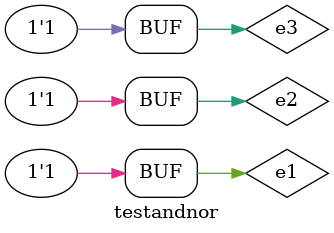
<source format=v>


module metodoandnor (s,e1,e2,e3);

output s;
input  e1,e2,e3;

assign s = ( ~(e1|e2|e3) );

endmodule



module testandnor;

reg e1,e2,e3;
wire s1,s2,s3,s;

metodoandnor ANDNOR1 ( s1,e1,e1,e1 );
metodoandnor ANDNOR2 ( s2,e2,e2,e2 );
metodoandnor ANDNOR3 ( s3,e3,e3,e3 );
metodoandnor ANDNOR4 ( s,s1,s2,s3  );


initial begin:start
      e1=0; e2=0; e3=0;
		
end

initial begin: main

   #1 $display (" Tabela verdade da porta NOR com 3 entradas utilizando portas NAND ");
   #1 $display ("  e1 & e2 & e3  =  s ");
	
	$monitor (" %b & %b & %b = %b",e1,e2,e3,s);
	   #1 e1=0;    e2=0;    e3=1;
      #1 e1=0;    e2=1;    e3=0;
      #1 e1=0;    e2=1;    e3=1;
		#1 e1=1;    e2=0;    e3=0;
		#1 e1=1;    e2=0;    e3=1;
		#1 e1=1;    e2=1;    e3=0;
		#1 e1=1;    e2=1;    e3=1;

	
end

endmodule


/* 
Registrando os dados
  Tabela verdade da porta NOR com 3 entradas utilizando portas NAND 
      e1 & e2 & e3  =  s 
     0 & 0 & 0 = 0
     0 & 0 & 1 = 0
     0 & 1 & 0 = 0
     0 & 1 & 1 = 0
     1 & 0 & 0 = 0
     1 & 0 & 1 = 0
     1 & 1 & 0 = 0
     1 & 1 & 1 = 1
    
     ----jGRASP: operation complete.
    */




</source>
